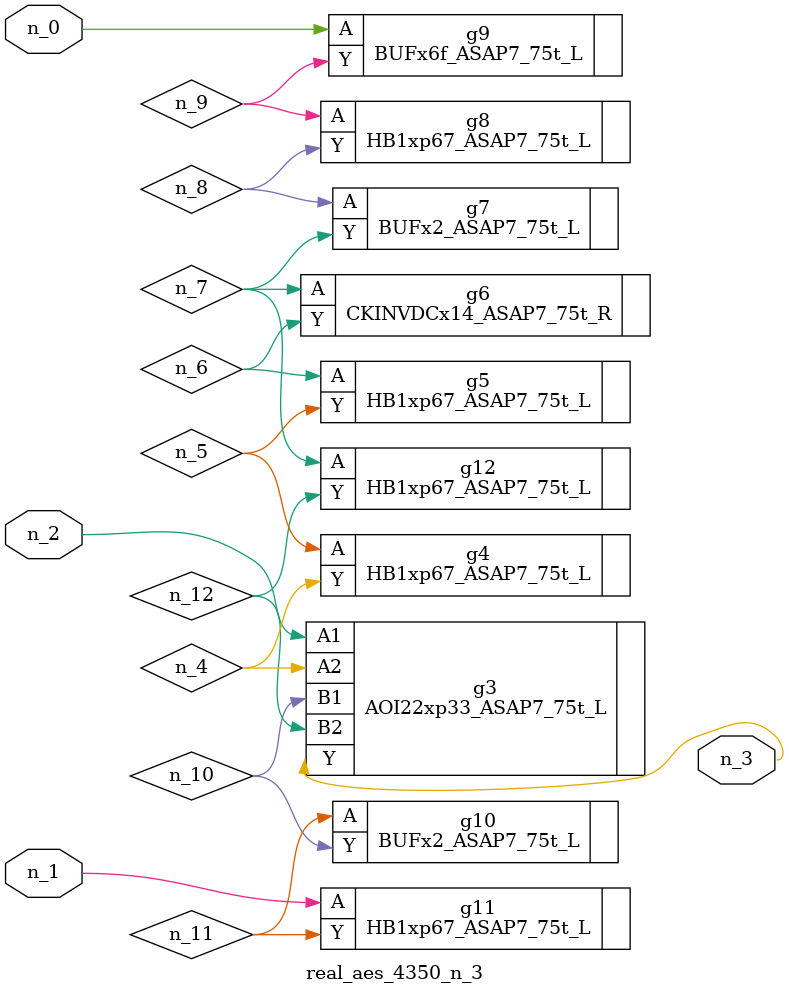
<source format=v>
module real_aes_4350_n_3 (n_0, n_2, n_1, n_3);
input n_0;
input n_2;
input n_1;
output n_3;
wire n_4;
wire n_5;
wire n_7;
wire n_8;
wire n_12;
wire n_6;
wire n_9;
wire n_10;
wire n_11;
BUFx6f_ASAP7_75t_L g9 ( .A(n_0), .Y(n_9) );
HB1xp67_ASAP7_75t_L g11 ( .A(n_1), .Y(n_11) );
AOI22xp33_ASAP7_75t_L g3 ( .A1(n_2), .A2(n_4), .B1(n_10), .B2(n_12), .Y(n_3) );
HB1xp67_ASAP7_75t_L g4 ( .A(n_5), .Y(n_4) );
HB1xp67_ASAP7_75t_L g5 ( .A(n_6), .Y(n_5) );
CKINVDCx14_ASAP7_75t_R g6 ( .A(n_7), .Y(n_6) );
HB1xp67_ASAP7_75t_L g12 ( .A(n_7), .Y(n_12) );
BUFx2_ASAP7_75t_L g7 ( .A(n_8), .Y(n_7) );
HB1xp67_ASAP7_75t_L g8 ( .A(n_9), .Y(n_8) );
BUFx2_ASAP7_75t_L g10 ( .A(n_11), .Y(n_10) );
endmodule
</source>
